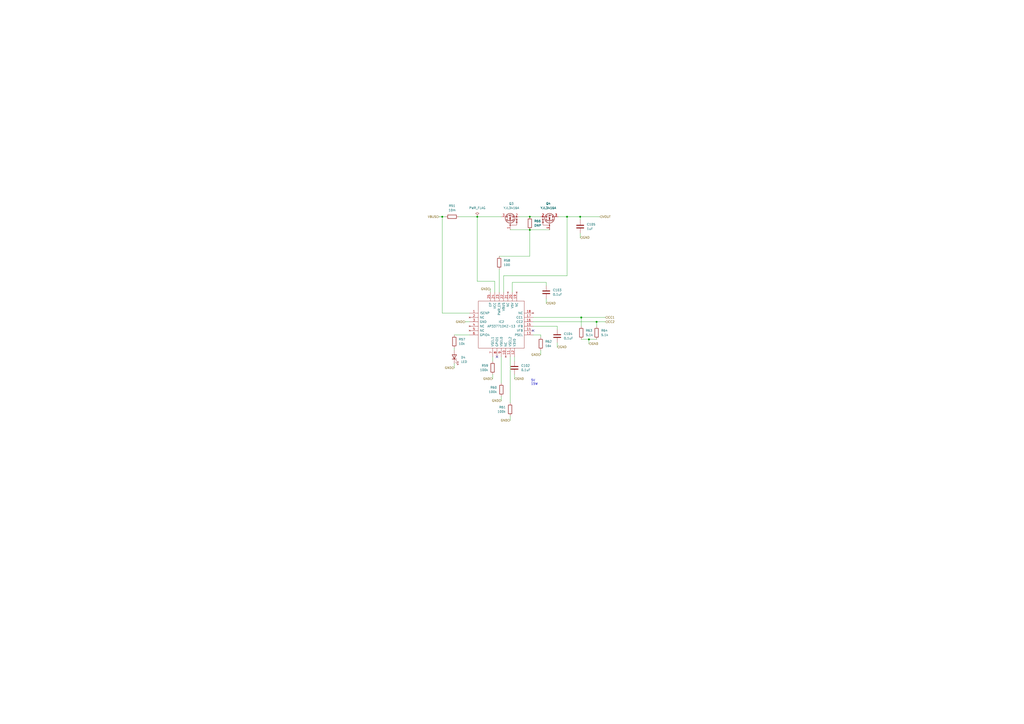
<source format=kicad_sch>
(kicad_sch (version 20211123) (generator eeschema)
  (paper "A2")
  (lib_symbols
    (symbol "Battery_Management:AP33771DKZ-13" (pin_names (offset 0.762))
      (property "Reference" "IC" (at -8.89 1.27 0))
      (property "Value" "AP33771DKZ-13" (at -8.89 -1.27 0))
      (symbol "AP33771DKZ-13_0_0"
        (pin power_in line (at -19.685 6.35 0) (length 5.08) (name "ISENP") (number "1"))
        (pin no_connect line (at 1.27 -19.05 90) (length 5.08) (name "NC") (number "10"))
        (pin input line (at 3.81 -19.05 90) (length 5.08) (name "VSEL2") (number "11"))
        (pin power_out line (at 6.35 -19.05 90) (length 5.08) (name "V3VD") (number "12"))
        (pin input line (at 17.145 -6.35 180) (length 5.08) (name "PSEL") (number "13"))
        (pin input line (at 17.145 -3.81 180) (length 5.08) (name "VFB") (number "14"))
        (pin input line (at 17.145 -1.27 180) (length 5.08) (name "IFB") (number "15"))
        (pin bidirectional line (at 17.145 1.27 180) (length 5.08) (name "CC2") (number "16"))
        (pin bidirectional line (at 17.145 3.81 180) (length 5.08) (name "CC1") (number "17"))
        (pin no_connect line (at 17.145 6.35 180) (length 5.08) (name "NC") (number "18"))
        (pin no_connect line (at 7.62 18.415 270) (length 5.08) (name "NC") (number "19"))
        (pin no_connect line (at -19.685 3.81 0) (length 5.08) (name "NC") (number "2"))
        (pin power_out line (at 5.08 18.415 270) (length 5.08) (name "V5V") (number "20"))
        (pin no_connect line (at 2.54 18.415 270) (length 5.08) (name "NC") (number "21"))
        (pin power_out line (at 0 18.415 270) (length 5.08) (name "VBUS") (number "22"))
        (pin output line (at -2.54 18.415 270) (length 5.08) (name "PWR_EN") (number "23"))
        (pin power_in line (at -5.08 18.415 270) (length 5.08) (name "VCC") (number "24"))
        (pin power_in line (at -7.62 18.415 270) (length 5.08) (name "EP") (number "25"))
        (pin power_in line (at -19.685 1.27 0) (length 5.08) (name "GND") (number "3"))
        (pin no_connect line (at -19.685 -1.27 0) (length 5.08) (name "NC") (number "4"))
        (pin no_connect line (at -19.685 -3.81 0) (length 5.08) (name "NC") (number "5"))
        (pin bidirectional line (at -19.685 -6.35 0) (length 5.08) (name "GPIO4") (number "6"))
        (pin input line (at -6.35 -19.05 90) (length 5.08) (name "VSEL1") (number "7"))
        (pin bidirectional line (at -3.81 -19.05 90) (length 5.08) (name "GPIO1") (number "8"))
        (pin input line (at -1.27 -19.05 90) (length 5.08) (name "VSEL0") (number "9"))
      )
      (symbol "AP33771DKZ-13_0_1"
        (rectangle (start -14.605 13.335) (end 12.065 -13.97))
      )
    )
    (symbol "Device:C" (pin_numbers hide) (pin_names (offset 0.254))
      (property "Reference" "C" (at 0.635 2.54 0))
      (property "Value" "C" (at 0.635 -2.54 0))
      (symbol "C_0_1"
        (polyline (pts (xy -2.032 -0.762) (xy 2.032 -0.762)) (stroke (width 0.508)))
        (polyline (pts (xy -2.032 0.762) (xy 2.032 0.762)) (stroke (width 0.508)))
      )
      (symbol "C_1_1"
        (pin passive line (at 0 3.81 270) (length 2.794) (name "~") (number "1"))
        (pin passive line (at 0 -3.81 90) (length 2.794) (name "~") (number "2"))
      )
    )
    (symbol "Device:LED" (pin_numbers hide) (pin_names (offset 1.016) hide)
      (property "Reference" "D" (at 0 2.54 0))
      (property "Value" "LED" (at 0 -2.54 0))
      (symbol "LED_0_1"
        (polyline (pts (xy -1.27 -1.27) (xy -1.27 1.27)) (stroke (width 0.254)))
        (polyline (pts (xy -1.27 0) (xy 1.27 0)))
        (polyline (pts (xy 1.27 -1.27) (xy 1.27 1.27) (xy -1.27 0) (xy 1.27 -1.27)) (stroke (width 0.254)))
        (polyline (pts (xy -3.048 -0.762) (xy -4.572 -2.286) (xy -3.81 -2.286) (xy -4.572 -2.286) (xy -4.572 -1.524)))
        (polyline (pts (xy -1.778 -0.762) (xy -3.302 -2.286) (xy -2.54 -2.286) (xy -3.302 -2.286) (xy -3.302 -1.524)))
      )
      (symbol "LED_1_1"
        (pin passive line (at -3.81 0 0) (length 2.54) (name "K") (number "1"))
        (pin passive line (at 3.81 0 180) (length 2.54) (name "A") (number "2"))
      )
    )
    (symbol "Device:R" (pin_numbers hide) (pin_names (offset 0))
      (property "Reference" "R" (at 2.032 0 90))
      (property "Value" "R" (at 0 0 90))
      (symbol "R_0_1"
        (rectangle (start -1.016 -2.54) (end 1.016 2.54) (stroke (width 0.254)))
      )
      (symbol "R_1_1"
        (pin passive line (at 0 3.81 270) (length 1.27) (name "~") (number "1"))
        (pin passive line (at 0 -3.81 90) (length 1.27) (name "~") (number "2"))
      )
    )
    (symbol "Transistor_FET:YJL3416A" (pin_names (offset 0) hide)
      (property "Reference" "Q" (at 5.08 1.905 0))
      (property "Value" "YJL3416A" (at 5.08 0 0))
      (symbol "YJL3416A_0_1"
        (polyline (pts (xy 2.54 -3.81) (xy -2.286 -3.81) (xy -2.286 0)))
      )
      (symbol "YJL3416A_1_1"
        (circle (center -2.286 0) (radius 0.254) (fill (type outline)))
        (polyline (pts (xy 0.254 0) (xy -2.54 0)))
        (polyline (pts (xy 0.254 1.905) (xy 0.254 -1.905)) (stroke (width 0.254)))
        (polyline (pts (xy 0.762 -1.27) (xy 0.762 -2.286)) (stroke (width 0.254)))
        (polyline (pts (xy 0.762 0.508) (xy 0.762 -0.508)) (stroke (width 0.254)))
        (polyline (pts (xy 0.762 2.286) (xy 0.762 1.27)) (stroke (width 0.254)))
        (polyline (pts (xy 2.54 2.54) (xy 2.54 1.778)))
        (polyline (pts (xy 2.54 -2.54) (xy 2.54 0) (xy 0.762 0)))
        (polyline (pts (xy -1.016 -4.318) (xy -0.889 -4.191) (xy -0.889 -3.429) (xy -0.762 -3.302)))
        (polyline (pts (xy -0.889 -3.81) (xy -0.254 -4.191) (xy -0.254 -3.429) (xy -0.889 -3.81)))
        (polyline (pts (xy 0.762 -1.778) (xy 3.302 -1.778) (xy 3.302 1.778) (xy 0.762 1.778)))
        (polyline (pts (xy 1.016 0) (xy 2.032 0.381) (xy 2.032 -0.381) (xy 1.016 0)) (fill (type outline)))
        (polyline (pts (xy 1.143 -3.81) (xy 0.508 -3.429) (xy 0.508 -4.191) (xy 1.143 -3.81)))
        (polyline (pts (xy 1.27 -3.302) (xy 1.143 -3.429) (xy 1.143 -4.191) (xy 1.016 -4.318)))
        (polyline (pts (xy 2.794 0.508) (xy 2.921 0.381) (xy 3.683 0.381) (xy 3.81 0.254)))
        (polyline (pts (xy 3.302 0.381) (xy 2.921 -0.254) (xy 3.683 -0.254) (xy 3.302 0.381)))
        (circle (center 1.651 0) (radius 2.794) (stroke (width 0.254)))
        (circle (center 2.54 -3.81) (radius 0.254) (fill (type outline)))
        (circle (center 2.54 -1.778) (radius 0.254) (fill (type outline)))
        (circle (center 2.54 1.778) (radius 0.254) (fill (type outline)))
        (pin input line (at -5.08 0 0) (length 2.54) (name "G") (number "1"))
        (pin passive line (at 2.54 -5.08 90) (length 2.54) (name "S") (number "2"))
        (pin passive line (at 2.54 5.08 270) (length 2.54) (name "D") (number "3"))
      )
    )
    (symbol "power:PWR_FLAG" (power) (pin_numbers hide) (pin_names (offset 0) hide)
      (property "Value" "PWR_FLAG" (at 0 3.81 0))
      (symbol "PWR_FLAG_0_0"
        (pin power_out line (at 0 0 90) (length 0) (name "pwr") (number "1"))
      )
      (symbol "PWR_FLAG_0_1"
        (polyline (pts (xy 0 0) (xy 0 1.27) (xy -1.016 1.905) (xy 0 2.54) (xy 1.016 1.905) (xy 0 1.27)))
      )
    )
  )
  (junction (at 307.34 133.35))
  (junction (at 276.86 125.73))
  (junction (at 346.075 186.69))
  (junction (at 328.93 125.73))
  (junction (at 256.54 125.73))
  (junction (at 341.63 196.85))
  (junction (at 336.55 125.73))
  (junction (at 307.34 125.73))
  (junction (at 337.185 184.15))
  (no_connect (at 288.29 207.01))
  (no_connect (at 309.245 191.77))
  (wire (pts (xy 284.48 167.64) (xy 284.48 169.545)))
  (wire (pts (xy 295.91 241.3) (xy 295.91 243.84)))
  (wire (pts (xy 292.1 169.545) (xy 292.1 160.02)))
  (wire (pts (xy 289.56 156.21) (xy 289.56 169.545)))
  (wire (pts (xy 285.75 217.17) (xy 285.75 219.71)))
  (wire (pts (xy 351.155 184.15) (xy 337.185 184.15)))
  (wire (pts (xy 316.865 173.355) (xy 316.865 175.895)))
  (wire (pts (xy 346.075 186.69) (xy 346.075 189.23)))
  (wire (pts (xy 263.525 210.82) (xy 263.525 213.36)))
  (wire (pts (xy 328.93 125.73) (xy 336.55 125.73)))
  (wire (pts (xy 256.54 125.73) (xy 256.54 181.61)))
  (wire (pts (xy 297.18 163.83) (xy 316.865 163.83)))
  (wire (pts (xy 307.34 125.73) (xy 313.69 125.73)))
  (wire (pts (xy 307.34 133.35) (xy 307.34 148.59)))
  (wire (pts (xy 285.75 209.55) (xy 285.75 207.01)))
  (wire (pts (xy 297.18 169.545) (xy 297.18 163.83)))
  (wire (pts (xy 263.525 201.93) (xy 263.525 203.2)))
  (wire (pts (xy 300.99 125.73) (xy 307.34 125.73)))
  (wire (pts (xy 256.54 125.73) (xy 258.445 125.73)))
  (wire (pts (xy 307.34 133.35) (xy 318.77 133.35)))
  (wire (pts (xy 328.93 160.02) (xy 328.93 125.73)))
  (wire (pts (xy 336.55 135.255) (xy 336.55 137.795)))
  (wire (pts (xy 309.245 189.23) (xy 323.215 189.23)))
  (wire (pts (xy 295.91 233.68) (xy 295.91 207.01)))
  (wire (pts (xy 337.185 184.15) (xy 309.245 184.15)))
  (wire (pts (xy 290.83 222.25) (xy 290.83 207.01)))
  (wire (pts (xy 341.63 196.85) (xy 341.63 199.39)))
  (wire (pts (xy 292.1 160.02) (xy 328.93 160.02)))
  (wire (pts (xy 337.185 196.85) (xy 341.63 196.85)))
  (wire (pts (xy 276.86 125.73) (xy 276.86 163.195)))
  (wire (pts (xy 323.215 189.23) (xy 323.215 191.135)))
  (wire (pts (xy 309.245 194.31) (xy 313.69 194.31)))
  (wire (pts (xy 272.415 181.61) (xy 256.54 181.61)))
  (wire (pts (xy 346.075 186.69) (xy 309.245 186.69)))
  (wire (pts (xy 263.525 194.31) (xy 272.415 194.31)))
  (wire (pts (xy 313.69 203.2) (xy 313.69 205.74)))
  (wire (pts (xy 313.69 194.31) (xy 313.69 195.58)))
  (wire (pts (xy 254.635 125.73) (xy 256.54 125.73)))
  (wire (pts (xy 298.45 209.55) (xy 298.45 207.01)))
  (wire (pts (xy 316.865 163.83) (xy 316.865 165.735)))
  (wire (pts (xy 269.875 186.69) (xy 272.415 186.69)))
  (wire (pts (xy 290.83 229.87) (xy 290.83 232.41)))
  (wire (pts (xy 323.215 198.755) (xy 323.215 201.295)))
  (wire (pts (xy 295.91 133.35) (xy 307.34 133.35)))
  (wire (pts (xy 266.065 125.73) (xy 276.86 125.73)))
  (wire (pts (xy 276.86 125.73) (xy 290.83 125.73)))
  (wire (pts (xy 323.85 125.73) (xy 328.93 125.73)))
  (wire (pts (xy 336.55 125.73) (xy 336.55 127.635)))
  (wire (pts (xy 287.02 163.195) (xy 287.02 169.545)))
  (wire (pts (xy 347.98 125.73) (xy 336.55 125.73)))
  (wire (pts (xy 341.63 196.85) (xy 346.075 196.85)))
  (wire (pts (xy 298.45 217.17) (xy 298.45 219.71)))
  (wire (pts (xy 276.86 163.195) (xy 287.02 163.195)))
  (wire (pts (xy 289.56 148.59) (xy 307.34 148.59)))
  (wire (pts (xy 337.185 184.15) (xy 337.185 189.23)))
  (wire (pts (xy 351.155 186.69) (xy 346.075 186.69)))
  (text "5V\n15W" (at 307.975 223.52 0) (effects (font (size 1.27 1.27)) (justify left bottom)))
  (hierarchical_label "VOUT" (shape input) (at 347.98 125.73 0))
  (hierarchical_label "GND" (shape input) (at 298.45 219.71 0))
  (hierarchical_label "CC1" (shape input) (at 351.155 184.15 0))
  (hierarchical_label "GND" (shape input) (at 284.48 167.64 180))
  (hierarchical_label "GND" (shape input) (at 269.875 186.69 180))
  (hierarchical_label "VBUS" (shape input) (at 254.635 125.73 180))
  (hierarchical_label "GND" (shape input) (at 290.83 232.41 180))
  (hierarchical_label "GND" (shape input) (at 323.215 201.295 0))
  (hierarchical_label "CC2" (shape input) (at 351.155 186.69 0))
  (hierarchical_label "GND" (shape input) (at 263.525 213.36 180))
  (hierarchical_label "GND" (shape input) (at 313.69 205.74 180))
  (hierarchical_label "GND" (shape input) (at 336.55 137.795 0))
  (hierarchical_label "GND" (shape input) (at 316.865 175.895 0))
  (hierarchical_label "GND" (shape input) (at 285.75 219.71 180))
  (hierarchical_label "GND" (shape input) (at 341.63 199.39 0))
  (hierarchical_label "GND" (shape input) (at 295.91 243.84 180))
  (symbol (lib_id "power:PWR_FLAG") (at 276.86 125.73 0) (unit 1)
    (property "Reference" "#FLG0103" (effects hide))
    (property "Value" "PWR_FLAG" (at 276.86 120.65 0))
  )
  (symbol (lib_id "Device:R") (at 285.75 213.36 0) (mirror x) (unit 1)
    (property "Reference" "R59" (at 283.21 212.0899 0) (effects (justify right)))
    (property "Value" "100k" (at 283.21 214.6299 0) (effects (justify right)))
    (property "Footprint" "Resistor_SMD:R_0603_1608Metric" (effects hide))
  )
  (symbol (lib_id "Battery_Management:AP33771DKZ-13") (at 292.1 187.96 0) (unit 1)
    (property "Reference" "IC2" (at 290.83 186.69 0))
    (property "Value" "AP33771DKZ-13" (at 290.83 189.23 0))
    (property "Footprint" "Package_DFN_QFN:AP33771DKZ13" (effects hide))
    (property "Datasheet" "https://www.diodes.com/assets/Datasheets/AP33771.pdf" (effects hide))
    (property "Description" "Diodes Inc. ACDC Decoder W-QFN4040-24 T&R 3K" (effects hide))
    (property "Height" "0.8" (effects hide))
    (property "Manufacturer_Name" "Diodes Inc." (effects hide))
    (property "Manufacturer_Part_Number" "AP33771DKZ-13" (effects hide))
    (property "Mouser Part Number" "621-AP33771DKZ-13" (effects hide))
    (property "Mouser Price/Stock" "https://www.mouser.co.uk/ProductDetail/Diodes-Incorporated/AP33771DKZ-13?qs=TCDPyi3sCW3yc2iXWz1cYQ%3D%3D" (effects hide))
  )
  (symbol (lib_id "Device:R") (at 262.255 125.73 90) (unit 1)
    (property "Reference" "R51" (at 262.255 119.38 90))
    (property "Value" "10m" (at 262.255 121.92 90))
    (property "Footprint" "Resistor_SMD:R_1206_3216Metric" (effects hide))
    (property "Description" "ISense" (effects hide))
  )
  (symbol (lib_id "Device:R") (at 290.83 226.06 0) (mirror x) (unit 1)
    (property "Reference" "R60" (at 288.29 224.7899 0) (effects (justify right)))
    (property "Value" "100k" (at 288.29 227.3299 0) (effects (justify right)))
    (property "Footprint" "Resistor_SMD:R_0603_1608Metric" (effects hide))
  )
  (symbol (lib_id "Device:R") (at 313.69 199.39 0) (unit 1)
    (property "Reference" "R62" (at 316.23 198.1199 0) (effects (justify left)))
    (property "Value" "16k" (at 316.23 200.6599 0) (effects (justify left)))
    (property "Footprint" "Resistor_SMD:R_0603_1608Metric" (effects hide))
    (property "Description" "15W" (effects hide))
  )
  (symbol (lib_id "Transistor_FET:YJL3416A") (at 295.91 128.27 90) (unit 1)
    (property "Reference" "Q3" (at 296.6085 118.11 90))
    (property "Value" "YJL3416A" (at 296.6085 120.65 90))
    (property "Footprint" "Package_TO_SOT_SMD:SOT-23" (effects hide))
    (property "Datasheet" "https://www.21yangjie.com/style/pdf/low-voltage-mosfet/YJL3416A.pdf" (effects hide))
  )
  (symbol (lib_id "Device:C") (at 298.45 213.36 0) (unit 1)
    (property "Reference" "C102" (at 302.26 212.0899 0) (effects (justify left)))
    (property "Value" "0.1uF" (at 302.26 214.6299 0) (effects (justify left)))
    (property "Footprint" "Capacitor_SMD:C_0603_1608Metric" (effects hide))
  )
  (symbol (lib_id "Device:LED") (at 263.525 207.01 90) (unit 1)
    (property "Reference" "D4" (at 267.335 207.3274 90) (effects (justify right)))
    (property "Value" "LED" (at 267.335 209.8674 90) (effects (justify right)))
    (property "Footprint" "Diode_SMD:D_0603_1608Metric_Harvatek" (effects hide))
    (property "Datasheet" "https://media.digikey.com/pdf/Data%20Sheets/Harvatek%20PDFs/B1911USD-20D000114U1930.pdf" (effects hide))
    (property "Part Number" "B1911USD-20D000114U1930" (effects hide))
    (property "Description" "REDLED" (effects hide))
  )
  (symbol (lib_id "Device:R") (at 289.56 152.4 0) (unit 1)
    (property "Reference" "R58" (at 292.1 151.1299 0) (effects (justify left)))
    (property "Value" "100" (at 292.1 153.6699 0) (effects (justify left)))
    (property "Footprint" "Resistor_SMD:R_0603_1608Metric" (effects hide))
  )
  (symbol (lib_id "Device:C") (at 336.55 131.445 0) (unit 1)
    (property "Reference" "C105" (at 340.36 130.1749 0) (effects (justify left)))
    (property "Value" "1uF" (at 340.36 132.7149 0) (effects (justify left)))
    (property "Footprint" "Capacitor_SMD:C_0603_1608Metric" (effects hide))
  )
  (symbol (lib_id "Device:R") (at 337.185 193.04 0) (unit 1)
    (property "Reference" "R63" (at 339.725 191.7699 0) (effects (justify left)))
    (property "Value" "5.1k" (at 339.725 194.3099 0) (effects (justify left)))
    (property "Footprint" "Resistor_SMD:R_0603_1608Metric" (effects hide))
  )
  (symbol (lib_id "Device:R") (at 295.91 237.49 0) (mirror x) (unit 1)
    (property "Reference" "R61" (at 293.37 236.2199 0) (effects (justify right)))
    (property "Value" "100k" (at 293.37 238.7599 0) (effects (justify right)))
    (property "Footprint" "Resistor_SMD:R_0603_1608Metric" (effects hide))
  )
  (symbol (lib_id "Device:C") (at 316.865 169.545 0) (unit 1)
    (property "Reference" "C103" (at 320.675 168.2749 0) (effects (justify left)))
    (property "Value" "0.1uF" (at 320.675 170.8149 0) (effects (justify left)))
    (property "Footprint" "Capacitor_SMD:C_0603_1608Metric" (effects hide))
  )
  (symbol (lib_id "Device:R") (at 263.525 198.12 0) (unit 1)
    (property "Reference" "R57" (at 266.065 196.8499 0) (effects (justify left)))
    (property "Value" "10k" (at 266.065 199.3899 0) (effects (justify left)))
    (property "Footprint" "Resistor_SMD:R_0603_1608Metric" (effects hide))
  )
  (symbol (lib_id "Transistor_FET:YJL3416A") (at 318.77 128.27 270) (mirror x) (unit 1)
    (property "Reference" "Q4" (at 318.0715 118.11 90))
    (property "Value" "YJL3416A" (at 318.0715 120.65 90))
    (property "Footprint" "Package_TO_SOT_SMD:SOT-23" (effects hide))
    (property "Datasheet" "https://www.21yangjie.com/style/pdf/low-voltage-mosfet/YJL3416A.pdf" (effects hide))
  )
  (symbol (lib_id "Device:C") (at 323.215 194.945 0) (unit 1)
    (property "Reference" "C104" (at 327.025 193.6749 0) (effects (justify left)))
    (property "Value" "0.1uF" (at 327.025 196.2149 0) (effects (justify left)))
    (property "Footprint" "Capacitor_SMD:C_0603_1608Metric" (effects hide))
  )
  (symbol (lib_id "Device:R") (at 307.34 129.54 0) (unit 1)
    (property "Reference" "R66" (at 309.88 128.2699 0) (effects (justify left)))
    (property "Value" "DNP" (at 309.88 130.8099 0) (effects (justify left)))
    (property "Footprint" "Resistor_SMD:R_0603_1608Metric" (effects hide))
  )
  (symbol (lib_id "Device:R") (at 346.075 193.04 0) (unit 1)
    (property "Reference" "R64" (at 348.615 191.7699 0) (effects (justify left)))
    (property "Value" "5.1k" (at 348.615 194.3099 0) (effects (justify left)))
    (property "Footprint" "Resistor_SMD:R_0603_1608Metric" (effects hide))
  )
)
</source>
